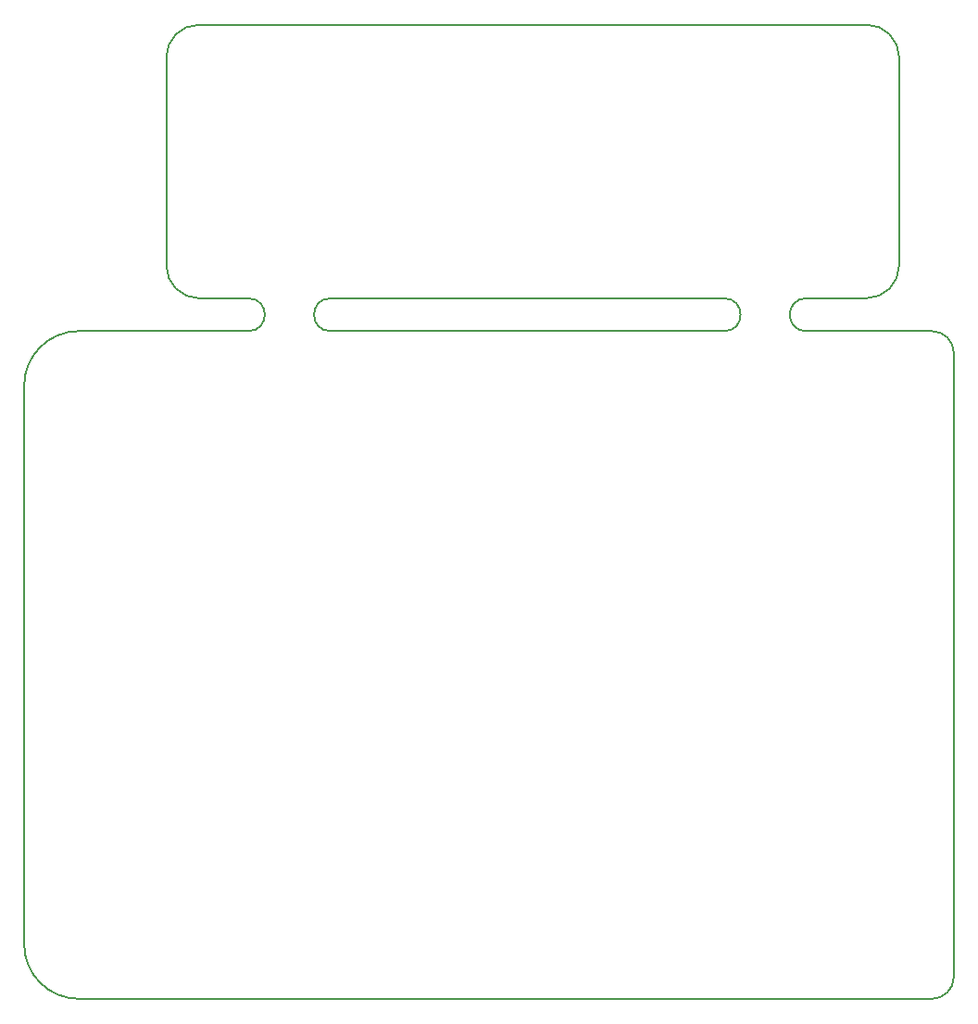
<source format=gbr>
G04 #@! TF.GenerationSoftware,KiCad,Pcbnew,(5.1.6)-1*
G04 #@! TF.CreationDate,2021-01-22T22:35:21+07:00*
G04 #@! TF.ProjectId,penelize-esp-led-strip,70656e65-6c69-47a6-952d-6573702d6c65,rev?*
G04 #@! TF.SameCoordinates,Original*
G04 #@! TF.FileFunction,Profile,NP*
%FSLAX46Y46*%
G04 Gerber Fmt 4.6, Leading zero omitted, Abs format (unit mm)*
G04 Created by KiCad (PCBNEW (5.1.6)-1) date 2021-01-22 22:35:21*
%MOMM*%
%LPD*%
G01*
G04 APERTURE LIST*
G04 #@! TA.AperFunction,Profile*
%ADD10C,0.150000*%
G04 #@! TD*
G04 APERTURE END LIST*
D10*
X89000000Y-80000000D02*
X104500000Y-80000000D01*
X104500000Y-77000000D02*
X100000000Y-77000000D01*
X148000000Y-80000000D02*
X112000000Y-80000000D01*
X112000000Y-77000000D02*
X148000000Y-77000000D01*
X112000000Y-80000000D02*
G75*
G02*
X112000000Y-77000000I0J1500000D01*
G01*
X104500000Y-77000000D02*
G75*
G02*
X104500000Y-80000000I0J-1500000D01*
G01*
X148000000Y-77000000D02*
G75*
G02*
X148000000Y-80000000I0J-1500000D01*
G01*
X155500000Y-80000000D02*
G75*
G02*
X155500000Y-77000000I0J1500000D01*
G01*
X169000000Y-139000000D02*
G75*
G02*
X167000000Y-141000000I-2000000J0D01*
G01*
X167000000Y-80000000D02*
G75*
G02*
X169000000Y-82000000I0J-2000000D01*
G01*
X89000000Y-141000000D02*
G75*
G02*
X84000000Y-136000000I0J5000000D01*
G01*
X84000000Y-85000000D02*
G75*
G02*
X89000000Y-80000000I5000000J0D01*
G01*
X155500000Y-80000000D02*
X167000000Y-80000000D01*
X84000000Y-136000000D02*
X84000000Y-85000000D01*
X167000000Y-141000000D02*
X89000000Y-141000000D01*
X169000000Y-82000000D02*
X169000000Y-139000000D01*
X100000000Y-77000000D02*
G75*
G02*
X97000000Y-74000000I0J3000000D01*
G01*
X97000000Y-55000000D02*
G75*
G02*
X100000000Y-52000000I3000000J0D01*
G01*
X161000000Y-52000000D02*
G75*
G02*
X164000000Y-55000000I0J-3000000D01*
G01*
X164000000Y-74000000D02*
G75*
G02*
X161000000Y-77000000I-3000000J0D01*
G01*
X100000000Y-52000000D02*
X161000000Y-52000000D01*
X97000000Y-74000000D02*
X97000000Y-55000000D01*
X161000000Y-77000000D02*
X155500000Y-77000000D01*
X164000000Y-55000000D02*
X164000000Y-74000000D01*
M02*

</source>
